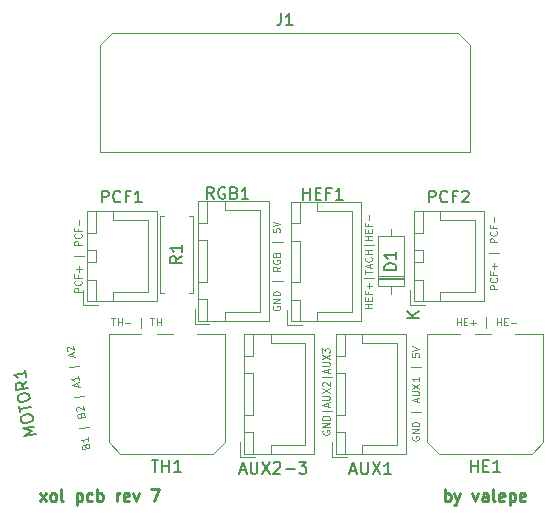
<source format=gto>
%TF.GenerationSoftware,KiCad,Pcbnew,8.0.8*%
%TF.CreationDate,2025-01-29T22:29:45+01:00*%
%TF.ProjectId,xol-pcb,786f6c2d-7063-4622-9e6b-696361645f70,rev?*%
%TF.SameCoordinates,Original*%
%TF.FileFunction,Legend,Top*%
%TF.FilePolarity,Positive*%
%FSLAX46Y46*%
G04 Gerber Fmt 4.6, Leading zero omitted, Abs format (unit mm)*
G04 Created by KiCad (PCBNEW 8.0.8) date 2025-01-29 22:29:45*
%MOMM*%
%LPD*%
G01*
G04 APERTURE LIST*
%ADD10C,0.100000*%
%ADD11C,0.250000*%
%ADD12C,0.150000*%
%ADD13C,0.120000*%
G04 APERTURE END LIST*
D10*
X60700942Y-63814286D02*
X60672371Y-63871429D01*
X60672371Y-63871429D02*
X60672371Y-63957143D01*
X60672371Y-63957143D02*
X60700942Y-64042857D01*
X60700942Y-64042857D02*
X60758085Y-64100000D01*
X60758085Y-64100000D02*
X60815228Y-64128571D01*
X60815228Y-64128571D02*
X60929514Y-64157143D01*
X60929514Y-64157143D02*
X61015228Y-64157143D01*
X61015228Y-64157143D02*
X61129514Y-64128571D01*
X61129514Y-64128571D02*
X61186657Y-64100000D01*
X61186657Y-64100000D02*
X61243800Y-64042857D01*
X61243800Y-64042857D02*
X61272371Y-63957143D01*
X61272371Y-63957143D02*
X61272371Y-63900000D01*
X61272371Y-63900000D02*
X61243800Y-63814286D01*
X61243800Y-63814286D02*
X61215228Y-63785714D01*
X61215228Y-63785714D02*
X61015228Y-63785714D01*
X61015228Y-63785714D02*
X61015228Y-63900000D01*
X61272371Y-63528571D02*
X60672371Y-63528571D01*
X60672371Y-63528571D02*
X61272371Y-63185714D01*
X61272371Y-63185714D02*
X60672371Y-63185714D01*
X61272371Y-62900000D02*
X60672371Y-62900000D01*
X60672371Y-62900000D02*
X60672371Y-62757143D01*
X60672371Y-62757143D02*
X60700942Y-62671429D01*
X60700942Y-62671429D02*
X60758085Y-62614286D01*
X60758085Y-62614286D02*
X60815228Y-62585715D01*
X60815228Y-62585715D02*
X60929514Y-62557143D01*
X60929514Y-62557143D02*
X61015228Y-62557143D01*
X61015228Y-62557143D02*
X61129514Y-62585715D01*
X61129514Y-62585715D02*
X61186657Y-62614286D01*
X61186657Y-62614286D02*
X61243800Y-62671429D01*
X61243800Y-62671429D02*
X61272371Y-62757143D01*
X61272371Y-62757143D02*
X61272371Y-62900000D01*
X61472371Y-62157143D02*
X60615228Y-62157143D01*
X61100942Y-61757143D02*
X61100942Y-61471429D01*
X61272371Y-61814286D02*
X60672371Y-61614286D01*
X60672371Y-61614286D02*
X61272371Y-61414286D01*
X60672371Y-61214285D02*
X61158085Y-61214285D01*
X61158085Y-61214285D02*
X61215228Y-61185714D01*
X61215228Y-61185714D02*
X61243800Y-61157143D01*
X61243800Y-61157143D02*
X61272371Y-61100000D01*
X61272371Y-61100000D02*
X61272371Y-60985714D01*
X61272371Y-60985714D02*
X61243800Y-60928571D01*
X61243800Y-60928571D02*
X61215228Y-60900000D01*
X61215228Y-60900000D02*
X61158085Y-60871428D01*
X61158085Y-60871428D02*
X60672371Y-60871428D01*
X60672371Y-60642857D02*
X61272371Y-60242857D01*
X60672371Y-60242857D02*
X61272371Y-60642857D01*
X60729514Y-60042857D02*
X60700942Y-60014285D01*
X60700942Y-60014285D02*
X60672371Y-59957143D01*
X60672371Y-59957143D02*
X60672371Y-59814285D01*
X60672371Y-59814285D02*
X60700942Y-59757143D01*
X60700942Y-59757143D02*
X60729514Y-59728571D01*
X60729514Y-59728571D02*
X60786657Y-59700000D01*
X60786657Y-59700000D02*
X60843800Y-59700000D01*
X60843800Y-59700000D02*
X60929514Y-59728571D01*
X60929514Y-59728571D02*
X61272371Y-60071428D01*
X61272371Y-60071428D02*
X61272371Y-59700000D01*
X61472371Y-59299999D02*
X60615228Y-59299999D01*
X61100942Y-58899999D02*
X61100942Y-58614285D01*
X61272371Y-58957142D02*
X60672371Y-58757142D01*
X60672371Y-58757142D02*
X61272371Y-58557142D01*
X60672371Y-58357141D02*
X61158085Y-58357141D01*
X61158085Y-58357141D02*
X61215228Y-58328570D01*
X61215228Y-58328570D02*
X61243800Y-58299999D01*
X61243800Y-58299999D02*
X61272371Y-58242856D01*
X61272371Y-58242856D02*
X61272371Y-58128570D01*
X61272371Y-58128570D02*
X61243800Y-58071427D01*
X61243800Y-58071427D02*
X61215228Y-58042856D01*
X61215228Y-58042856D02*
X61158085Y-58014284D01*
X61158085Y-58014284D02*
X60672371Y-58014284D01*
X60672371Y-57785713D02*
X61272371Y-57385713D01*
X60672371Y-57385713D02*
X61272371Y-57785713D01*
X60672371Y-57214284D02*
X60672371Y-56842856D01*
X60672371Y-56842856D02*
X60900942Y-57042856D01*
X60900942Y-57042856D02*
X60900942Y-56957141D01*
X60900942Y-56957141D02*
X60929514Y-56899999D01*
X60929514Y-56899999D02*
X60958085Y-56871427D01*
X60958085Y-56871427D02*
X61015228Y-56842856D01*
X61015228Y-56842856D02*
X61158085Y-56842856D01*
X61158085Y-56842856D02*
X61215228Y-56871427D01*
X61215228Y-56871427D02*
X61243800Y-56899999D01*
X61243800Y-56899999D02*
X61272371Y-56957141D01*
X61272371Y-56957141D02*
X61272371Y-57128570D01*
X61272371Y-57128570D02*
X61243800Y-57185713D01*
X61243800Y-57185713D02*
X61215228Y-57214284D01*
X42787142Y-54302371D02*
X43130000Y-54302371D01*
X42958571Y-54902371D02*
X42958571Y-54302371D01*
X43330000Y-54902371D02*
X43330000Y-54302371D01*
X43330000Y-54588085D02*
X43672857Y-54588085D01*
X43672857Y-54902371D02*
X43672857Y-54302371D01*
X43958571Y-54673800D02*
X44415714Y-54673800D01*
X45301428Y-55102371D02*
X45301428Y-54245228D01*
X46101428Y-54302371D02*
X46444286Y-54302371D01*
X46272857Y-54902371D02*
X46272857Y-54302371D01*
X46644286Y-54902371D02*
X46644286Y-54302371D01*
X46644286Y-54588085D02*
X46987143Y-54588085D01*
X46987143Y-54902371D02*
X46987143Y-54302371D01*
X56520942Y-53285715D02*
X56492371Y-53342858D01*
X56492371Y-53342858D02*
X56492371Y-53428572D01*
X56492371Y-53428572D02*
X56520942Y-53514286D01*
X56520942Y-53514286D02*
X56578085Y-53571429D01*
X56578085Y-53571429D02*
X56635228Y-53600000D01*
X56635228Y-53600000D02*
X56749514Y-53628572D01*
X56749514Y-53628572D02*
X56835228Y-53628572D01*
X56835228Y-53628572D02*
X56949514Y-53600000D01*
X56949514Y-53600000D02*
X57006657Y-53571429D01*
X57006657Y-53571429D02*
X57063800Y-53514286D01*
X57063800Y-53514286D02*
X57092371Y-53428572D01*
X57092371Y-53428572D02*
X57092371Y-53371429D01*
X57092371Y-53371429D02*
X57063800Y-53285715D01*
X57063800Y-53285715D02*
X57035228Y-53257143D01*
X57035228Y-53257143D02*
X56835228Y-53257143D01*
X56835228Y-53257143D02*
X56835228Y-53371429D01*
X57092371Y-53000000D02*
X56492371Y-53000000D01*
X56492371Y-53000000D02*
X57092371Y-52657143D01*
X57092371Y-52657143D02*
X56492371Y-52657143D01*
X57092371Y-52371429D02*
X56492371Y-52371429D01*
X56492371Y-52371429D02*
X56492371Y-52228572D01*
X56492371Y-52228572D02*
X56520942Y-52142858D01*
X56520942Y-52142858D02*
X56578085Y-52085715D01*
X56578085Y-52085715D02*
X56635228Y-52057144D01*
X56635228Y-52057144D02*
X56749514Y-52028572D01*
X56749514Y-52028572D02*
X56835228Y-52028572D01*
X56835228Y-52028572D02*
X56949514Y-52057144D01*
X56949514Y-52057144D02*
X57006657Y-52085715D01*
X57006657Y-52085715D02*
X57063800Y-52142858D01*
X57063800Y-52142858D02*
X57092371Y-52228572D01*
X57092371Y-52228572D02*
X57092371Y-52371429D01*
X57292371Y-51171429D02*
X56435228Y-51171429D01*
X57092371Y-49942857D02*
X56806657Y-50142857D01*
X57092371Y-50285714D02*
X56492371Y-50285714D01*
X56492371Y-50285714D02*
X56492371Y-50057143D01*
X56492371Y-50057143D02*
X56520942Y-50000000D01*
X56520942Y-50000000D02*
X56549514Y-49971429D01*
X56549514Y-49971429D02*
X56606657Y-49942857D01*
X56606657Y-49942857D02*
X56692371Y-49942857D01*
X56692371Y-49942857D02*
X56749514Y-49971429D01*
X56749514Y-49971429D02*
X56778085Y-50000000D01*
X56778085Y-50000000D02*
X56806657Y-50057143D01*
X56806657Y-50057143D02*
X56806657Y-50285714D01*
X56520942Y-49371429D02*
X56492371Y-49428572D01*
X56492371Y-49428572D02*
X56492371Y-49514286D01*
X56492371Y-49514286D02*
X56520942Y-49600000D01*
X56520942Y-49600000D02*
X56578085Y-49657143D01*
X56578085Y-49657143D02*
X56635228Y-49685714D01*
X56635228Y-49685714D02*
X56749514Y-49714286D01*
X56749514Y-49714286D02*
X56835228Y-49714286D01*
X56835228Y-49714286D02*
X56949514Y-49685714D01*
X56949514Y-49685714D02*
X57006657Y-49657143D01*
X57006657Y-49657143D02*
X57063800Y-49600000D01*
X57063800Y-49600000D02*
X57092371Y-49514286D01*
X57092371Y-49514286D02*
X57092371Y-49457143D01*
X57092371Y-49457143D02*
X57063800Y-49371429D01*
X57063800Y-49371429D02*
X57035228Y-49342857D01*
X57035228Y-49342857D02*
X56835228Y-49342857D01*
X56835228Y-49342857D02*
X56835228Y-49457143D01*
X56778085Y-48885714D02*
X56806657Y-48800000D01*
X56806657Y-48800000D02*
X56835228Y-48771429D01*
X56835228Y-48771429D02*
X56892371Y-48742857D01*
X56892371Y-48742857D02*
X56978085Y-48742857D01*
X56978085Y-48742857D02*
X57035228Y-48771429D01*
X57035228Y-48771429D02*
X57063800Y-48800000D01*
X57063800Y-48800000D02*
X57092371Y-48857143D01*
X57092371Y-48857143D02*
X57092371Y-49085714D01*
X57092371Y-49085714D02*
X56492371Y-49085714D01*
X56492371Y-49085714D02*
X56492371Y-48885714D01*
X56492371Y-48885714D02*
X56520942Y-48828572D01*
X56520942Y-48828572D02*
X56549514Y-48800000D01*
X56549514Y-48800000D02*
X56606657Y-48771429D01*
X56606657Y-48771429D02*
X56663800Y-48771429D01*
X56663800Y-48771429D02*
X56720942Y-48800000D01*
X56720942Y-48800000D02*
X56749514Y-48828572D01*
X56749514Y-48828572D02*
X56778085Y-48885714D01*
X56778085Y-48885714D02*
X56778085Y-49085714D01*
X57292371Y-47885714D02*
X56435228Y-47885714D01*
X56492371Y-46714285D02*
X56492371Y-46999999D01*
X56492371Y-46999999D02*
X56778085Y-47028571D01*
X56778085Y-47028571D02*
X56749514Y-46999999D01*
X56749514Y-46999999D02*
X56720942Y-46942857D01*
X56720942Y-46942857D02*
X56720942Y-46799999D01*
X56720942Y-46799999D02*
X56749514Y-46742857D01*
X56749514Y-46742857D02*
X56778085Y-46714285D01*
X56778085Y-46714285D02*
X56835228Y-46685714D01*
X56835228Y-46685714D02*
X56978085Y-46685714D01*
X56978085Y-46685714D02*
X57035228Y-46714285D01*
X57035228Y-46714285D02*
X57063800Y-46742857D01*
X57063800Y-46742857D02*
X57092371Y-46799999D01*
X57092371Y-46799999D02*
X57092371Y-46942857D01*
X57092371Y-46942857D02*
X57063800Y-46999999D01*
X57063800Y-46999999D02*
X57035228Y-47028571D01*
X56492371Y-46514285D02*
X57092371Y-46314285D01*
X57092371Y-46314285D02*
X56492371Y-46114285D01*
X72025715Y-54892371D02*
X72025715Y-54292371D01*
X72025715Y-54578085D02*
X72368572Y-54578085D01*
X72368572Y-54892371D02*
X72368572Y-54292371D01*
X72654286Y-54578085D02*
X72854286Y-54578085D01*
X72940000Y-54892371D02*
X72654286Y-54892371D01*
X72654286Y-54892371D02*
X72654286Y-54292371D01*
X72654286Y-54292371D02*
X72940000Y-54292371D01*
X73197143Y-54663800D02*
X73654286Y-54663800D01*
X73425714Y-54892371D02*
X73425714Y-54435228D01*
X74540000Y-55092371D02*
X74540000Y-54235228D01*
X75425715Y-54892371D02*
X75425715Y-54292371D01*
X75425715Y-54578085D02*
X75768572Y-54578085D01*
X75768572Y-54892371D02*
X75768572Y-54292371D01*
X76054286Y-54578085D02*
X76254286Y-54578085D01*
X76340000Y-54892371D02*
X76054286Y-54892371D01*
X76054286Y-54892371D02*
X76054286Y-54292371D01*
X76054286Y-54292371D02*
X76340000Y-54292371D01*
X76597143Y-54663800D02*
X77054286Y-54663800D01*
X75456371Y-51825142D02*
X74856371Y-51825142D01*
X74856371Y-51825142D02*
X74856371Y-51596571D01*
X74856371Y-51596571D02*
X74884942Y-51539428D01*
X74884942Y-51539428D02*
X74913514Y-51510857D01*
X74913514Y-51510857D02*
X74970657Y-51482285D01*
X74970657Y-51482285D02*
X75056371Y-51482285D01*
X75056371Y-51482285D02*
X75113514Y-51510857D01*
X75113514Y-51510857D02*
X75142085Y-51539428D01*
X75142085Y-51539428D02*
X75170657Y-51596571D01*
X75170657Y-51596571D02*
X75170657Y-51825142D01*
X75399228Y-50882285D02*
X75427800Y-50910857D01*
X75427800Y-50910857D02*
X75456371Y-50996571D01*
X75456371Y-50996571D02*
X75456371Y-51053714D01*
X75456371Y-51053714D02*
X75427800Y-51139428D01*
X75427800Y-51139428D02*
X75370657Y-51196571D01*
X75370657Y-51196571D02*
X75313514Y-51225142D01*
X75313514Y-51225142D02*
X75199228Y-51253714D01*
X75199228Y-51253714D02*
X75113514Y-51253714D01*
X75113514Y-51253714D02*
X74999228Y-51225142D01*
X74999228Y-51225142D02*
X74942085Y-51196571D01*
X74942085Y-51196571D02*
X74884942Y-51139428D01*
X74884942Y-51139428D02*
X74856371Y-51053714D01*
X74856371Y-51053714D02*
X74856371Y-50996571D01*
X74856371Y-50996571D02*
X74884942Y-50910857D01*
X74884942Y-50910857D02*
X74913514Y-50882285D01*
X75142085Y-50425142D02*
X75142085Y-50625142D01*
X75456371Y-50625142D02*
X74856371Y-50625142D01*
X74856371Y-50625142D02*
X74856371Y-50339428D01*
X75227800Y-50110856D02*
X75227800Y-49653714D01*
X75456371Y-49882285D02*
X74999228Y-49882285D01*
X75656371Y-48767999D02*
X74799228Y-48767999D01*
X75456371Y-47882284D02*
X74856371Y-47882284D01*
X74856371Y-47882284D02*
X74856371Y-47653713D01*
X74856371Y-47653713D02*
X74884942Y-47596570D01*
X74884942Y-47596570D02*
X74913514Y-47567999D01*
X74913514Y-47567999D02*
X74970657Y-47539427D01*
X74970657Y-47539427D02*
X75056371Y-47539427D01*
X75056371Y-47539427D02*
X75113514Y-47567999D01*
X75113514Y-47567999D02*
X75142085Y-47596570D01*
X75142085Y-47596570D02*
X75170657Y-47653713D01*
X75170657Y-47653713D02*
X75170657Y-47882284D01*
X75399228Y-46939427D02*
X75427800Y-46967999D01*
X75427800Y-46967999D02*
X75456371Y-47053713D01*
X75456371Y-47053713D02*
X75456371Y-47110856D01*
X75456371Y-47110856D02*
X75427800Y-47196570D01*
X75427800Y-47196570D02*
X75370657Y-47253713D01*
X75370657Y-47253713D02*
X75313514Y-47282284D01*
X75313514Y-47282284D02*
X75199228Y-47310856D01*
X75199228Y-47310856D02*
X75113514Y-47310856D01*
X75113514Y-47310856D02*
X74999228Y-47282284D01*
X74999228Y-47282284D02*
X74942085Y-47253713D01*
X74942085Y-47253713D02*
X74884942Y-47196570D01*
X74884942Y-47196570D02*
X74856371Y-47110856D01*
X74856371Y-47110856D02*
X74856371Y-47053713D01*
X74856371Y-47053713D02*
X74884942Y-46967999D01*
X74884942Y-46967999D02*
X74913514Y-46939427D01*
X75142085Y-46482284D02*
X75142085Y-46682284D01*
X75456371Y-46682284D02*
X74856371Y-46682284D01*
X74856371Y-46682284D02*
X74856371Y-46396570D01*
X75227800Y-46167998D02*
X75227800Y-45710856D01*
D11*
X71041047Y-69791619D02*
X71041047Y-68791619D01*
X71041047Y-69172571D02*
X71136285Y-69124952D01*
X71136285Y-69124952D02*
X71326761Y-69124952D01*
X71326761Y-69124952D02*
X71421999Y-69172571D01*
X71421999Y-69172571D02*
X71469618Y-69220190D01*
X71469618Y-69220190D02*
X71517237Y-69315428D01*
X71517237Y-69315428D02*
X71517237Y-69601142D01*
X71517237Y-69601142D02*
X71469618Y-69696380D01*
X71469618Y-69696380D02*
X71421999Y-69744000D01*
X71421999Y-69744000D02*
X71326761Y-69791619D01*
X71326761Y-69791619D02*
X71136285Y-69791619D01*
X71136285Y-69791619D02*
X71041047Y-69744000D01*
X71850571Y-69124952D02*
X72088666Y-69791619D01*
X72326761Y-69124952D02*
X72088666Y-69791619D01*
X72088666Y-69791619D02*
X71993428Y-70029714D01*
X71993428Y-70029714D02*
X71945809Y-70077333D01*
X71945809Y-70077333D02*
X71850571Y-70124952D01*
X73374381Y-69124952D02*
X73612476Y-69791619D01*
X73612476Y-69791619D02*
X73850571Y-69124952D01*
X74660095Y-69791619D02*
X74660095Y-69267809D01*
X74660095Y-69267809D02*
X74612476Y-69172571D01*
X74612476Y-69172571D02*
X74517238Y-69124952D01*
X74517238Y-69124952D02*
X74326762Y-69124952D01*
X74326762Y-69124952D02*
X74231524Y-69172571D01*
X74660095Y-69744000D02*
X74564857Y-69791619D01*
X74564857Y-69791619D02*
X74326762Y-69791619D01*
X74326762Y-69791619D02*
X74231524Y-69744000D01*
X74231524Y-69744000D02*
X74183905Y-69648761D01*
X74183905Y-69648761D02*
X74183905Y-69553523D01*
X74183905Y-69553523D02*
X74231524Y-69458285D01*
X74231524Y-69458285D02*
X74326762Y-69410666D01*
X74326762Y-69410666D02*
X74564857Y-69410666D01*
X74564857Y-69410666D02*
X74660095Y-69363047D01*
X75279143Y-69791619D02*
X75183905Y-69744000D01*
X75183905Y-69744000D02*
X75136286Y-69648761D01*
X75136286Y-69648761D02*
X75136286Y-68791619D01*
X76041048Y-69744000D02*
X75945810Y-69791619D01*
X75945810Y-69791619D02*
X75755334Y-69791619D01*
X75755334Y-69791619D02*
X75660096Y-69744000D01*
X75660096Y-69744000D02*
X75612477Y-69648761D01*
X75612477Y-69648761D02*
X75612477Y-69267809D01*
X75612477Y-69267809D02*
X75660096Y-69172571D01*
X75660096Y-69172571D02*
X75755334Y-69124952D01*
X75755334Y-69124952D02*
X75945810Y-69124952D01*
X75945810Y-69124952D02*
X76041048Y-69172571D01*
X76041048Y-69172571D02*
X76088667Y-69267809D01*
X76088667Y-69267809D02*
X76088667Y-69363047D01*
X76088667Y-69363047D02*
X75612477Y-69458285D01*
X76517239Y-69124952D02*
X76517239Y-70124952D01*
X76517239Y-69172571D02*
X76612477Y-69124952D01*
X76612477Y-69124952D02*
X76802953Y-69124952D01*
X76802953Y-69124952D02*
X76898191Y-69172571D01*
X76898191Y-69172571D02*
X76945810Y-69220190D01*
X76945810Y-69220190D02*
X76993429Y-69315428D01*
X76993429Y-69315428D02*
X76993429Y-69601142D01*
X76993429Y-69601142D02*
X76945810Y-69696380D01*
X76945810Y-69696380D02*
X76898191Y-69744000D01*
X76898191Y-69744000D02*
X76802953Y-69791619D01*
X76802953Y-69791619D02*
X76612477Y-69791619D01*
X76612477Y-69791619D02*
X76517239Y-69744000D01*
X77802953Y-69744000D02*
X77707715Y-69791619D01*
X77707715Y-69791619D02*
X77517239Y-69791619D01*
X77517239Y-69791619D02*
X77422001Y-69744000D01*
X77422001Y-69744000D02*
X77374382Y-69648761D01*
X77374382Y-69648761D02*
X77374382Y-69267809D01*
X77374382Y-69267809D02*
X77422001Y-69172571D01*
X77422001Y-69172571D02*
X77517239Y-69124952D01*
X77517239Y-69124952D02*
X77707715Y-69124952D01*
X77707715Y-69124952D02*
X77802953Y-69172571D01*
X77802953Y-69172571D02*
X77850572Y-69267809D01*
X77850572Y-69267809D02*
X77850572Y-69363047D01*
X77850572Y-69363047D02*
X77374382Y-69458285D01*
D10*
X40272371Y-52057142D02*
X39672371Y-52057142D01*
X39672371Y-52057142D02*
X39672371Y-51828571D01*
X39672371Y-51828571D02*
X39700942Y-51771428D01*
X39700942Y-51771428D02*
X39729514Y-51742857D01*
X39729514Y-51742857D02*
X39786657Y-51714285D01*
X39786657Y-51714285D02*
X39872371Y-51714285D01*
X39872371Y-51714285D02*
X39929514Y-51742857D01*
X39929514Y-51742857D02*
X39958085Y-51771428D01*
X39958085Y-51771428D02*
X39986657Y-51828571D01*
X39986657Y-51828571D02*
X39986657Y-52057142D01*
X40215228Y-51114285D02*
X40243800Y-51142857D01*
X40243800Y-51142857D02*
X40272371Y-51228571D01*
X40272371Y-51228571D02*
X40272371Y-51285714D01*
X40272371Y-51285714D02*
X40243800Y-51371428D01*
X40243800Y-51371428D02*
X40186657Y-51428571D01*
X40186657Y-51428571D02*
X40129514Y-51457142D01*
X40129514Y-51457142D02*
X40015228Y-51485714D01*
X40015228Y-51485714D02*
X39929514Y-51485714D01*
X39929514Y-51485714D02*
X39815228Y-51457142D01*
X39815228Y-51457142D02*
X39758085Y-51428571D01*
X39758085Y-51428571D02*
X39700942Y-51371428D01*
X39700942Y-51371428D02*
X39672371Y-51285714D01*
X39672371Y-51285714D02*
X39672371Y-51228571D01*
X39672371Y-51228571D02*
X39700942Y-51142857D01*
X39700942Y-51142857D02*
X39729514Y-51114285D01*
X39958085Y-50657142D02*
X39958085Y-50857142D01*
X40272371Y-50857142D02*
X39672371Y-50857142D01*
X39672371Y-50857142D02*
X39672371Y-50571428D01*
X40043800Y-50342856D02*
X40043800Y-49885714D01*
X40272371Y-50114285D02*
X39815228Y-50114285D01*
X40472371Y-48999999D02*
X39615228Y-48999999D01*
X40272371Y-48114284D02*
X39672371Y-48114284D01*
X39672371Y-48114284D02*
X39672371Y-47885713D01*
X39672371Y-47885713D02*
X39700942Y-47828570D01*
X39700942Y-47828570D02*
X39729514Y-47799999D01*
X39729514Y-47799999D02*
X39786657Y-47771427D01*
X39786657Y-47771427D02*
X39872371Y-47771427D01*
X39872371Y-47771427D02*
X39929514Y-47799999D01*
X39929514Y-47799999D02*
X39958085Y-47828570D01*
X39958085Y-47828570D02*
X39986657Y-47885713D01*
X39986657Y-47885713D02*
X39986657Y-48114284D01*
X40215228Y-47171427D02*
X40243800Y-47199999D01*
X40243800Y-47199999D02*
X40272371Y-47285713D01*
X40272371Y-47285713D02*
X40272371Y-47342856D01*
X40272371Y-47342856D02*
X40243800Y-47428570D01*
X40243800Y-47428570D02*
X40186657Y-47485713D01*
X40186657Y-47485713D02*
X40129514Y-47514284D01*
X40129514Y-47514284D02*
X40015228Y-47542856D01*
X40015228Y-47542856D02*
X39929514Y-47542856D01*
X39929514Y-47542856D02*
X39815228Y-47514284D01*
X39815228Y-47514284D02*
X39758085Y-47485713D01*
X39758085Y-47485713D02*
X39700942Y-47428570D01*
X39700942Y-47428570D02*
X39672371Y-47342856D01*
X39672371Y-47342856D02*
X39672371Y-47285713D01*
X39672371Y-47285713D02*
X39700942Y-47199999D01*
X39700942Y-47199999D02*
X39729514Y-47171427D01*
X39958085Y-46714284D02*
X39958085Y-46914284D01*
X40272371Y-46914284D02*
X39672371Y-46914284D01*
X39672371Y-46914284D02*
X39672371Y-46628570D01*
X40043800Y-46399998D02*
X40043800Y-45942856D01*
X68280942Y-64334572D02*
X68252371Y-64391715D01*
X68252371Y-64391715D02*
X68252371Y-64477429D01*
X68252371Y-64477429D02*
X68280942Y-64563143D01*
X68280942Y-64563143D02*
X68338085Y-64620286D01*
X68338085Y-64620286D02*
X68395228Y-64648857D01*
X68395228Y-64648857D02*
X68509514Y-64677429D01*
X68509514Y-64677429D02*
X68595228Y-64677429D01*
X68595228Y-64677429D02*
X68709514Y-64648857D01*
X68709514Y-64648857D02*
X68766657Y-64620286D01*
X68766657Y-64620286D02*
X68823800Y-64563143D01*
X68823800Y-64563143D02*
X68852371Y-64477429D01*
X68852371Y-64477429D02*
X68852371Y-64420286D01*
X68852371Y-64420286D02*
X68823800Y-64334572D01*
X68823800Y-64334572D02*
X68795228Y-64306000D01*
X68795228Y-64306000D02*
X68595228Y-64306000D01*
X68595228Y-64306000D02*
X68595228Y-64420286D01*
X68852371Y-64048857D02*
X68252371Y-64048857D01*
X68252371Y-64048857D02*
X68852371Y-63706000D01*
X68852371Y-63706000D02*
X68252371Y-63706000D01*
X68852371Y-63420286D02*
X68252371Y-63420286D01*
X68252371Y-63420286D02*
X68252371Y-63277429D01*
X68252371Y-63277429D02*
X68280942Y-63191715D01*
X68280942Y-63191715D02*
X68338085Y-63134572D01*
X68338085Y-63134572D02*
X68395228Y-63106001D01*
X68395228Y-63106001D02*
X68509514Y-63077429D01*
X68509514Y-63077429D02*
X68595228Y-63077429D01*
X68595228Y-63077429D02*
X68709514Y-63106001D01*
X68709514Y-63106001D02*
X68766657Y-63134572D01*
X68766657Y-63134572D02*
X68823800Y-63191715D01*
X68823800Y-63191715D02*
X68852371Y-63277429D01*
X68852371Y-63277429D02*
X68852371Y-63420286D01*
X69052371Y-62220286D02*
X68195228Y-62220286D01*
X68680942Y-61363143D02*
X68680942Y-61077429D01*
X68852371Y-61420286D02*
X68252371Y-61220286D01*
X68252371Y-61220286D02*
X68852371Y-61020286D01*
X68252371Y-60820285D02*
X68738085Y-60820285D01*
X68738085Y-60820285D02*
X68795228Y-60791714D01*
X68795228Y-60791714D02*
X68823800Y-60763143D01*
X68823800Y-60763143D02*
X68852371Y-60706000D01*
X68852371Y-60706000D02*
X68852371Y-60591714D01*
X68852371Y-60591714D02*
X68823800Y-60534571D01*
X68823800Y-60534571D02*
X68795228Y-60506000D01*
X68795228Y-60506000D02*
X68738085Y-60477428D01*
X68738085Y-60477428D02*
X68252371Y-60477428D01*
X68252371Y-60248857D02*
X68852371Y-59848857D01*
X68252371Y-59848857D02*
X68852371Y-60248857D01*
X68852371Y-59306000D02*
X68852371Y-59648857D01*
X68852371Y-59477428D02*
X68252371Y-59477428D01*
X68252371Y-59477428D02*
X68338085Y-59534571D01*
X68338085Y-59534571D02*
X68395228Y-59591714D01*
X68395228Y-59591714D02*
X68423800Y-59648857D01*
X69052371Y-58448856D02*
X68195228Y-58448856D01*
X68252371Y-57277427D02*
X68252371Y-57563141D01*
X68252371Y-57563141D02*
X68538085Y-57591713D01*
X68538085Y-57591713D02*
X68509514Y-57563141D01*
X68509514Y-57563141D02*
X68480942Y-57505999D01*
X68480942Y-57505999D02*
X68480942Y-57363141D01*
X68480942Y-57363141D02*
X68509514Y-57305999D01*
X68509514Y-57305999D02*
X68538085Y-57277427D01*
X68538085Y-57277427D02*
X68595228Y-57248856D01*
X68595228Y-57248856D02*
X68738085Y-57248856D01*
X68738085Y-57248856D02*
X68795228Y-57277427D01*
X68795228Y-57277427D02*
X68823800Y-57305999D01*
X68823800Y-57305999D02*
X68852371Y-57363141D01*
X68852371Y-57363141D02*
X68852371Y-57505999D01*
X68852371Y-57505999D02*
X68823800Y-57563141D01*
X68823800Y-57563141D02*
X68795228Y-57591713D01*
X68252371Y-57077427D02*
X68852371Y-56877427D01*
X68852371Y-56877427D02*
X68252371Y-56677427D01*
D11*
X36756330Y-69791619D02*
X37280139Y-69124952D01*
X36756330Y-69124952D02*
X37280139Y-69791619D01*
X37803949Y-69791619D02*
X37708711Y-69744000D01*
X37708711Y-69744000D02*
X37661092Y-69696380D01*
X37661092Y-69696380D02*
X37613473Y-69601142D01*
X37613473Y-69601142D02*
X37613473Y-69315428D01*
X37613473Y-69315428D02*
X37661092Y-69220190D01*
X37661092Y-69220190D02*
X37708711Y-69172571D01*
X37708711Y-69172571D02*
X37803949Y-69124952D01*
X37803949Y-69124952D02*
X37946806Y-69124952D01*
X37946806Y-69124952D02*
X38042044Y-69172571D01*
X38042044Y-69172571D02*
X38089663Y-69220190D01*
X38089663Y-69220190D02*
X38137282Y-69315428D01*
X38137282Y-69315428D02*
X38137282Y-69601142D01*
X38137282Y-69601142D02*
X38089663Y-69696380D01*
X38089663Y-69696380D02*
X38042044Y-69744000D01*
X38042044Y-69744000D02*
X37946806Y-69791619D01*
X37946806Y-69791619D02*
X37803949Y-69791619D01*
X38708711Y-69791619D02*
X38613473Y-69744000D01*
X38613473Y-69744000D02*
X38565854Y-69648761D01*
X38565854Y-69648761D02*
X38565854Y-68791619D01*
X39851569Y-69124952D02*
X39851569Y-70124952D01*
X39851569Y-69172571D02*
X39946807Y-69124952D01*
X39946807Y-69124952D02*
X40137283Y-69124952D01*
X40137283Y-69124952D02*
X40232521Y-69172571D01*
X40232521Y-69172571D02*
X40280140Y-69220190D01*
X40280140Y-69220190D02*
X40327759Y-69315428D01*
X40327759Y-69315428D02*
X40327759Y-69601142D01*
X40327759Y-69601142D02*
X40280140Y-69696380D01*
X40280140Y-69696380D02*
X40232521Y-69744000D01*
X40232521Y-69744000D02*
X40137283Y-69791619D01*
X40137283Y-69791619D02*
X39946807Y-69791619D01*
X39946807Y-69791619D02*
X39851569Y-69744000D01*
X41184902Y-69744000D02*
X41089664Y-69791619D01*
X41089664Y-69791619D02*
X40899188Y-69791619D01*
X40899188Y-69791619D02*
X40803950Y-69744000D01*
X40803950Y-69744000D02*
X40756331Y-69696380D01*
X40756331Y-69696380D02*
X40708712Y-69601142D01*
X40708712Y-69601142D02*
X40708712Y-69315428D01*
X40708712Y-69315428D02*
X40756331Y-69220190D01*
X40756331Y-69220190D02*
X40803950Y-69172571D01*
X40803950Y-69172571D02*
X40899188Y-69124952D01*
X40899188Y-69124952D02*
X41089664Y-69124952D01*
X41089664Y-69124952D02*
X41184902Y-69172571D01*
X41613474Y-69791619D02*
X41613474Y-68791619D01*
X41613474Y-69172571D02*
X41708712Y-69124952D01*
X41708712Y-69124952D02*
X41899188Y-69124952D01*
X41899188Y-69124952D02*
X41994426Y-69172571D01*
X41994426Y-69172571D02*
X42042045Y-69220190D01*
X42042045Y-69220190D02*
X42089664Y-69315428D01*
X42089664Y-69315428D02*
X42089664Y-69601142D01*
X42089664Y-69601142D02*
X42042045Y-69696380D01*
X42042045Y-69696380D02*
X41994426Y-69744000D01*
X41994426Y-69744000D02*
X41899188Y-69791619D01*
X41899188Y-69791619D02*
X41708712Y-69791619D01*
X41708712Y-69791619D02*
X41613474Y-69744000D01*
X43280141Y-69791619D02*
X43280141Y-69124952D01*
X43280141Y-69315428D02*
X43327760Y-69220190D01*
X43327760Y-69220190D02*
X43375379Y-69172571D01*
X43375379Y-69172571D02*
X43470617Y-69124952D01*
X43470617Y-69124952D02*
X43565855Y-69124952D01*
X44280141Y-69744000D02*
X44184903Y-69791619D01*
X44184903Y-69791619D02*
X43994427Y-69791619D01*
X43994427Y-69791619D02*
X43899189Y-69744000D01*
X43899189Y-69744000D02*
X43851570Y-69648761D01*
X43851570Y-69648761D02*
X43851570Y-69267809D01*
X43851570Y-69267809D02*
X43899189Y-69172571D01*
X43899189Y-69172571D02*
X43994427Y-69124952D01*
X43994427Y-69124952D02*
X44184903Y-69124952D01*
X44184903Y-69124952D02*
X44280141Y-69172571D01*
X44280141Y-69172571D02*
X44327760Y-69267809D01*
X44327760Y-69267809D02*
X44327760Y-69363047D01*
X44327760Y-69363047D02*
X43851570Y-69458285D01*
X44661094Y-69124952D02*
X44899189Y-69791619D01*
X44899189Y-69791619D02*
X45137284Y-69124952D01*
X46184904Y-68791619D02*
X46851570Y-68791619D01*
X46851570Y-68791619D02*
X46422999Y-69791619D01*
D10*
X40606687Y-65098410D02*
X40621498Y-65009281D01*
X40621498Y-65009281D02*
X40645248Y-64976592D01*
X40645248Y-64976592D02*
X40697218Y-64939433D01*
X40697218Y-64939433D02*
X40781877Y-64926025D01*
X40781877Y-64926025D02*
X40842786Y-64945305D01*
X40842786Y-64945305D02*
X40875475Y-64969055D01*
X40875475Y-64969055D02*
X40912634Y-65021025D01*
X40912634Y-65021025D02*
X40948390Y-65246782D01*
X40948390Y-65246782D02*
X40355777Y-65340643D01*
X40355777Y-65340643D02*
X40324490Y-65143105D01*
X40324490Y-65143105D02*
X40343771Y-65082196D01*
X40343771Y-65082196D02*
X40367521Y-65049507D01*
X40367521Y-65049507D02*
X40419491Y-65012348D01*
X40419491Y-65012348D02*
X40475930Y-65003409D01*
X40475930Y-65003409D02*
X40536839Y-65022690D01*
X40536839Y-65022690D02*
X40569528Y-65046440D01*
X40569528Y-65046440D02*
X40606687Y-65098410D01*
X40606687Y-65098410D02*
X40637974Y-65295947D01*
X40805365Y-64343753D02*
X40858999Y-64682389D01*
X40832182Y-64513071D02*
X40239569Y-64606932D01*
X40239569Y-64606932D02*
X40333167Y-64649962D01*
X40333167Y-64649962D02*
X40398545Y-64697463D01*
X40398545Y-64697463D02*
X40435704Y-64749432D01*
X40868815Y-63465875D02*
X40022225Y-63599962D01*
X40191018Y-62473980D02*
X40205829Y-62384851D01*
X40205829Y-62384851D02*
X40229579Y-62352162D01*
X40229579Y-62352162D02*
X40281549Y-62315003D01*
X40281549Y-62315003D02*
X40366208Y-62301594D01*
X40366208Y-62301594D02*
X40427117Y-62320875D01*
X40427117Y-62320875D02*
X40459806Y-62344625D01*
X40459806Y-62344625D02*
X40496965Y-62396595D01*
X40496965Y-62396595D02*
X40532721Y-62622352D01*
X40532721Y-62622352D02*
X39940108Y-62716213D01*
X39940108Y-62716213D02*
X39908822Y-62518675D01*
X39908822Y-62518675D02*
X39928102Y-62457766D01*
X39928102Y-62457766D02*
X39951852Y-62425077D01*
X39951852Y-62425077D02*
X40003822Y-62387918D01*
X40003822Y-62387918D02*
X40060261Y-62378979D01*
X40060261Y-62378979D02*
X40121170Y-62398260D01*
X40121170Y-62398260D02*
X40153859Y-62422010D01*
X40153859Y-62422010D02*
X40191018Y-62473980D01*
X40191018Y-62473980D02*
X40222305Y-62671517D01*
X39907157Y-62142880D02*
X39874467Y-62119130D01*
X39874467Y-62119130D02*
X39837309Y-62067160D01*
X39837309Y-62067160D02*
X39814961Y-61926062D01*
X39814961Y-61926062D02*
X39834241Y-61865153D01*
X39834241Y-61865153D02*
X39857992Y-61832464D01*
X39857992Y-61832464D02*
X39909961Y-61795305D01*
X39909961Y-61795305D02*
X39966401Y-61786366D01*
X39966401Y-61786366D02*
X40055529Y-61801177D01*
X40055529Y-61801177D02*
X40447800Y-62086178D01*
X40447800Y-62086178D02*
X40389696Y-61719323D01*
X40453147Y-60841445D02*
X39606557Y-60975532D01*
X39952204Y-60052959D02*
X39907509Y-59770762D01*
X40130461Y-60082581D02*
X39506561Y-59978904D01*
X39506561Y-59978904D02*
X40067887Y-59687506D01*
X39987435Y-59179551D02*
X40041070Y-59518187D01*
X40014253Y-59348869D02*
X39421640Y-59442730D01*
X39421640Y-59442730D02*
X39515238Y-59485761D01*
X39515238Y-59485761D02*
X39580616Y-59533261D01*
X39580616Y-59533261D02*
X39617775Y-59585231D01*
X40050886Y-58301674D02*
X39204296Y-58435761D01*
X39549944Y-57513188D02*
X39505248Y-57230991D01*
X39728201Y-57542810D02*
X39104301Y-57439133D01*
X39104301Y-57439133D02*
X39665627Y-57147734D01*
X39102636Y-57063338D02*
X39069947Y-57039587D01*
X39069947Y-57039587D02*
X39032788Y-56987618D01*
X39032788Y-56987618D02*
X39010440Y-56846519D01*
X39010440Y-56846519D02*
X39029721Y-56785610D01*
X39029721Y-56785610D02*
X39053471Y-56752921D01*
X39053471Y-56752921D02*
X39105441Y-56715762D01*
X39105441Y-56715762D02*
X39161880Y-56706823D01*
X39161880Y-56706823D02*
X39251009Y-56721634D01*
X39251009Y-56721634D02*
X39643279Y-57006636D01*
X39643279Y-57006636D02*
X39585175Y-56639780D01*
X64862371Y-53447142D02*
X64262371Y-53447142D01*
X64548085Y-53447142D02*
X64548085Y-53104285D01*
X64862371Y-53104285D02*
X64262371Y-53104285D01*
X64548085Y-52818571D02*
X64548085Y-52618571D01*
X64862371Y-52532857D02*
X64862371Y-52818571D01*
X64862371Y-52818571D02*
X64262371Y-52818571D01*
X64262371Y-52818571D02*
X64262371Y-52532857D01*
X64548085Y-52075714D02*
X64548085Y-52275714D01*
X64862371Y-52275714D02*
X64262371Y-52275714D01*
X64262371Y-52275714D02*
X64262371Y-51990000D01*
X64633800Y-51761428D02*
X64633800Y-51304286D01*
X64862371Y-51532857D02*
X64405228Y-51532857D01*
X65062371Y-50875714D02*
X64205228Y-50875714D01*
X64262371Y-50532857D02*
X64262371Y-50190000D01*
X64862371Y-50361428D02*
X64262371Y-50361428D01*
X64690942Y-50018571D02*
X64690942Y-49732857D01*
X64862371Y-50075714D02*
X64262371Y-49875714D01*
X64262371Y-49875714D02*
X64862371Y-49675714D01*
X64805228Y-49132856D02*
X64833800Y-49161428D01*
X64833800Y-49161428D02*
X64862371Y-49247142D01*
X64862371Y-49247142D02*
X64862371Y-49304285D01*
X64862371Y-49304285D02*
X64833800Y-49389999D01*
X64833800Y-49389999D02*
X64776657Y-49447142D01*
X64776657Y-49447142D02*
X64719514Y-49475713D01*
X64719514Y-49475713D02*
X64605228Y-49504285D01*
X64605228Y-49504285D02*
X64519514Y-49504285D01*
X64519514Y-49504285D02*
X64405228Y-49475713D01*
X64405228Y-49475713D02*
X64348085Y-49447142D01*
X64348085Y-49447142D02*
X64290942Y-49389999D01*
X64290942Y-49389999D02*
X64262371Y-49304285D01*
X64262371Y-49304285D02*
X64262371Y-49247142D01*
X64262371Y-49247142D02*
X64290942Y-49161428D01*
X64290942Y-49161428D02*
X64319514Y-49132856D01*
X64862371Y-48875713D02*
X64262371Y-48875713D01*
X64548085Y-48875713D02*
X64548085Y-48532856D01*
X64862371Y-48532856D02*
X64262371Y-48532856D01*
X65062371Y-48104285D02*
X64205228Y-48104285D01*
X64862371Y-47675713D02*
X64262371Y-47675713D01*
X64548085Y-47675713D02*
X64548085Y-47332856D01*
X64862371Y-47332856D02*
X64262371Y-47332856D01*
X64548085Y-47047142D02*
X64548085Y-46847142D01*
X64862371Y-46761428D02*
X64862371Y-47047142D01*
X64862371Y-47047142D02*
X64262371Y-47047142D01*
X64262371Y-47047142D02*
X64262371Y-46761428D01*
X64548085Y-46304285D02*
X64548085Y-46504285D01*
X64862371Y-46504285D02*
X64262371Y-46504285D01*
X64262371Y-46504285D02*
X64262371Y-46218571D01*
X64633800Y-45989999D02*
X64633800Y-45532857D01*
D12*
X73231714Y-67310819D02*
X73231714Y-66310819D01*
X73231714Y-66787009D02*
X73803142Y-66787009D01*
X73803142Y-67310819D02*
X73803142Y-66310819D01*
X74279333Y-66787009D02*
X74612666Y-66787009D01*
X74755523Y-67310819D02*
X74279333Y-67310819D01*
X74279333Y-67310819D02*
X74279333Y-66310819D01*
X74279333Y-66310819D02*
X74755523Y-66310819D01*
X75707904Y-67310819D02*
X75136476Y-67310819D01*
X75422190Y-67310819D02*
X75422190Y-66310819D01*
X75422190Y-66310819D02*
X75326952Y-66453676D01*
X75326952Y-66453676D02*
X75231714Y-66548914D01*
X75231714Y-66548914D02*
X75136476Y-66596533D01*
X41997333Y-44490819D02*
X41997333Y-43490819D01*
X41997333Y-43490819D02*
X42378285Y-43490819D01*
X42378285Y-43490819D02*
X42473523Y-43538438D01*
X42473523Y-43538438D02*
X42521142Y-43586057D01*
X42521142Y-43586057D02*
X42568761Y-43681295D01*
X42568761Y-43681295D02*
X42568761Y-43824152D01*
X42568761Y-43824152D02*
X42521142Y-43919390D01*
X42521142Y-43919390D02*
X42473523Y-43967009D01*
X42473523Y-43967009D02*
X42378285Y-44014628D01*
X42378285Y-44014628D02*
X41997333Y-44014628D01*
X43568761Y-44395580D02*
X43521142Y-44443200D01*
X43521142Y-44443200D02*
X43378285Y-44490819D01*
X43378285Y-44490819D02*
X43283047Y-44490819D01*
X43283047Y-44490819D02*
X43140190Y-44443200D01*
X43140190Y-44443200D02*
X43044952Y-44347961D01*
X43044952Y-44347961D02*
X42997333Y-44252723D01*
X42997333Y-44252723D02*
X42949714Y-44062247D01*
X42949714Y-44062247D02*
X42949714Y-43919390D01*
X42949714Y-43919390D02*
X42997333Y-43728914D01*
X42997333Y-43728914D02*
X43044952Y-43633676D01*
X43044952Y-43633676D02*
X43140190Y-43538438D01*
X43140190Y-43538438D02*
X43283047Y-43490819D01*
X43283047Y-43490819D02*
X43378285Y-43490819D01*
X43378285Y-43490819D02*
X43521142Y-43538438D01*
X43521142Y-43538438D02*
X43568761Y-43586057D01*
X44330666Y-43967009D02*
X43997333Y-43967009D01*
X43997333Y-44490819D02*
X43997333Y-43490819D01*
X43997333Y-43490819D02*
X44473523Y-43490819D01*
X45378285Y-44490819D02*
X44806857Y-44490819D01*
X45092571Y-44490819D02*
X45092571Y-43490819D01*
X45092571Y-43490819D02*
X44997333Y-43633676D01*
X44997333Y-43633676D02*
X44902095Y-43728914D01*
X44902095Y-43728914D02*
X44806857Y-43776533D01*
X48784819Y-49046666D02*
X48308628Y-49379999D01*
X48784819Y-49618094D02*
X47784819Y-49618094D01*
X47784819Y-49618094D02*
X47784819Y-49237142D01*
X47784819Y-49237142D02*
X47832438Y-49141904D01*
X47832438Y-49141904D02*
X47880057Y-49094285D01*
X47880057Y-49094285D02*
X47975295Y-49046666D01*
X47975295Y-49046666D02*
X48118152Y-49046666D01*
X48118152Y-49046666D02*
X48213390Y-49094285D01*
X48213390Y-49094285D02*
X48261009Y-49141904D01*
X48261009Y-49141904D02*
X48308628Y-49237142D01*
X48308628Y-49237142D02*
X48308628Y-49618094D01*
X48784819Y-48094285D02*
X48784819Y-48665713D01*
X48784819Y-48379999D02*
X47784819Y-48379999D01*
X47784819Y-48379999D02*
X47927676Y-48475237D01*
X47927676Y-48475237D02*
X48022914Y-48570475D01*
X48022914Y-48570475D02*
X48070533Y-48665713D01*
X46214286Y-66310819D02*
X46785714Y-66310819D01*
X46500000Y-67310819D02*
X46500000Y-66310819D01*
X47119048Y-67310819D02*
X47119048Y-66310819D01*
X47119048Y-66787009D02*
X47690476Y-66787009D01*
X47690476Y-67310819D02*
X47690476Y-66310819D01*
X48690476Y-67310819D02*
X48119048Y-67310819D01*
X48404762Y-67310819D02*
X48404762Y-66310819D01*
X48404762Y-66310819D02*
X48309524Y-66453676D01*
X48309524Y-66453676D02*
X48214286Y-66548914D01*
X48214286Y-66548914D02*
X48119048Y-66596533D01*
X63055714Y-67225104D02*
X63531904Y-67225104D01*
X62960476Y-67510819D02*
X63293809Y-66510819D01*
X63293809Y-66510819D02*
X63627142Y-67510819D01*
X63960476Y-66510819D02*
X63960476Y-67320342D01*
X63960476Y-67320342D02*
X64008095Y-67415580D01*
X64008095Y-67415580D02*
X64055714Y-67463200D01*
X64055714Y-67463200D02*
X64150952Y-67510819D01*
X64150952Y-67510819D02*
X64341428Y-67510819D01*
X64341428Y-67510819D02*
X64436666Y-67463200D01*
X64436666Y-67463200D02*
X64484285Y-67415580D01*
X64484285Y-67415580D02*
X64531904Y-67320342D01*
X64531904Y-67320342D02*
X64531904Y-66510819D01*
X64912857Y-66510819D02*
X65579523Y-67510819D01*
X65579523Y-66510819D02*
X64912857Y-67510819D01*
X66484285Y-67510819D02*
X65912857Y-67510819D01*
X66198571Y-67510819D02*
X66198571Y-66510819D01*
X66198571Y-66510819D02*
X66103333Y-66653676D01*
X66103333Y-66653676D02*
X66008095Y-66748914D01*
X66008095Y-66748914D02*
X65912857Y-66796533D01*
X51453333Y-44204819D02*
X51120000Y-43728628D01*
X50881905Y-44204819D02*
X50881905Y-43204819D01*
X50881905Y-43204819D02*
X51262857Y-43204819D01*
X51262857Y-43204819D02*
X51358095Y-43252438D01*
X51358095Y-43252438D02*
X51405714Y-43300057D01*
X51405714Y-43300057D02*
X51453333Y-43395295D01*
X51453333Y-43395295D02*
X51453333Y-43538152D01*
X51453333Y-43538152D02*
X51405714Y-43633390D01*
X51405714Y-43633390D02*
X51358095Y-43681009D01*
X51358095Y-43681009D02*
X51262857Y-43728628D01*
X51262857Y-43728628D02*
X50881905Y-43728628D01*
X52405714Y-43252438D02*
X52310476Y-43204819D01*
X52310476Y-43204819D02*
X52167619Y-43204819D01*
X52167619Y-43204819D02*
X52024762Y-43252438D01*
X52024762Y-43252438D02*
X51929524Y-43347676D01*
X51929524Y-43347676D02*
X51881905Y-43442914D01*
X51881905Y-43442914D02*
X51834286Y-43633390D01*
X51834286Y-43633390D02*
X51834286Y-43776247D01*
X51834286Y-43776247D02*
X51881905Y-43966723D01*
X51881905Y-43966723D02*
X51929524Y-44061961D01*
X51929524Y-44061961D02*
X52024762Y-44157200D01*
X52024762Y-44157200D02*
X52167619Y-44204819D01*
X52167619Y-44204819D02*
X52262857Y-44204819D01*
X52262857Y-44204819D02*
X52405714Y-44157200D01*
X52405714Y-44157200D02*
X52453333Y-44109580D01*
X52453333Y-44109580D02*
X52453333Y-43776247D01*
X52453333Y-43776247D02*
X52262857Y-43776247D01*
X53215238Y-43681009D02*
X53358095Y-43728628D01*
X53358095Y-43728628D02*
X53405714Y-43776247D01*
X53405714Y-43776247D02*
X53453333Y-43871485D01*
X53453333Y-43871485D02*
X53453333Y-44014342D01*
X53453333Y-44014342D02*
X53405714Y-44109580D01*
X53405714Y-44109580D02*
X53358095Y-44157200D01*
X53358095Y-44157200D02*
X53262857Y-44204819D01*
X53262857Y-44204819D02*
X52881905Y-44204819D01*
X52881905Y-44204819D02*
X52881905Y-43204819D01*
X52881905Y-43204819D02*
X53215238Y-43204819D01*
X53215238Y-43204819D02*
X53310476Y-43252438D01*
X53310476Y-43252438D02*
X53358095Y-43300057D01*
X53358095Y-43300057D02*
X53405714Y-43395295D01*
X53405714Y-43395295D02*
X53405714Y-43490533D01*
X53405714Y-43490533D02*
X53358095Y-43585771D01*
X53358095Y-43585771D02*
X53310476Y-43633390D01*
X53310476Y-43633390D02*
X53215238Y-43681009D01*
X53215238Y-43681009D02*
X52881905Y-43681009D01*
X54405714Y-44204819D02*
X53834286Y-44204819D01*
X54120000Y-44204819D02*
X54120000Y-43204819D01*
X54120000Y-43204819D02*
X54024762Y-43347676D01*
X54024762Y-43347676D02*
X53929524Y-43442914D01*
X53929524Y-43442914D02*
X53834286Y-43490533D01*
X69683333Y-44490819D02*
X69683333Y-43490819D01*
X69683333Y-43490819D02*
X70064285Y-43490819D01*
X70064285Y-43490819D02*
X70159523Y-43538438D01*
X70159523Y-43538438D02*
X70207142Y-43586057D01*
X70207142Y-43586057D02*
X70254761Y-43681295D01*
X70254761Y-43681295D02*
X70254761Y-43824152D01*
X70254761Y-43824152D02*
X70207142Y-43919390D01*
X70207142Y-43919390D02*
X70159523Y-43967009D01*
X70159523Y-43967009D02*
X70064285Y-44014628D01*
X70064285Y-44014628D02*
X69683333Y-44014628D01*
X71254761Y-44395580D02*
X71207142Y-44443200D01*
X71207142Y-44443200D02*
X71064285Y-44490819D01*
X71064285Y-44490819D02*
X70969047Y-44490819D01*
X70969047Y-44490819D02*
X70826190Y-44443200D01*
X70826190Y-44443200D02*
X70730952Y-44347961D01*
X70730952Y-44347961D02*
X70683333Y-44252723D01*
X70683333Y-44252723D02*
X70635714Y-44062247D01*
X70635714Y-44062247D02*
X70635714Y-43919390D01*
X70635714Y-43919390D02*
X70683333Y-43728914D01*
X70683333Y-43728914D02*
X70730952Y-43633676D01*
X70730952Y-43633676D02*
X70826190Y-43538438D01*
X70826190Y-43538438D02*
X70969047Y-43490819D01*
X70969047Y-43490819D02*
X71064285Y-43490819D01*
X71064285Y-43490819D02*
X71207142Y-43538438D01*
X71207142Y-43538438D02*
X71254761Y-43586057D01*
X72016666Y-43967009D02*
X71683333Y-43967009D01*
X71683333Y-44490819D02*
X71683333Y-43490819D01*
X71683333Y-43490819D02*
X72159523Y-43490819D01*
X72492857Y-43586057D02*
X72540476Y-43538438D01*
X72540476Y-43538438D02*
X72635714Y-43490819D01*
X72635714Y-43490819D02*
X72873809Y-43490819D01*
X72873809Y-43490819D02*
X72969047Y-43538438D01*
X72969047Y-43538438D02*
X73016666Y-43586057D01*
X73016666Y-43586057D02*
X73064285Y-43681295D01*
X73064285Y-43681295D02*
X73064285Y-43776533D01*
X73064285Y-43776533D02*
X73016666Y-43919390D01*
X73016666Y-43919390D02*
X72445238Y-44490819D01*
X72445238Y-44490819D02*
X73064285Y-44490819D01*
X57166666Y-28495819D02*
X57166666Y-29210104D01*
X57166666Y-29210104D02*
X57119047Y-29352961D01*
X57119047Y-29352961D02*
X57023809Y-29448200D01*
X57023809Y-29448200D02*
X56880952Y-29495819D01*
X56880952Y-29495819D02*
X56785714Y-29495819D01*
X58166666Y-29495819D02*
X57595238Y-29495819D01*
X57880952Y-29495819D02*
X57880952Y-28495819D01*
X57880952Y-28495819D02*
X57785714Y-28638676D01*
X57785714Y-28638676D02*
X57690476Y-28733914D01*
X57690476Y-28733914D02*
X57595238Y-28781533D01*
X59047143Y-44254819D02*
X59047143Y-43254819D01*
X59047143Y-43731009D02*
X59618571Y-43731009D01*
X59618571Y-44254819D02*
X59618571Y-43254819D01*
X60094762Y-43731009D02*
X60428095Y-43731009D01*
X60570952Y-44254819D02*
X60094762Y-44254819D01*
X60094762Y-44254819D02*
X60094762Y-43254819D01*
X60094762Y-43254819D02*
X60570952Y-43254819D01*
X61332857Y-43731009D02*
X60999524Y-43731009D01*
X60999524Y-44254819D02*
X60999524Y-43254819D01*
X60999524Y-43254819D02*
X61475714Y-43254819D01*
X62380476Y-44254819D02*
X61809048Y-44254819D01*
X62094762Y-44254819D02*
X62094762Y-43254819D01*
X62094762Y-43254819D02*
X61999524Y-43397676D01*
X61999524Y-43397676D02*
X61904286Y-43492914D01*
X61904286Y-43492914D02*
X61809048Y-43540533D01*
X66924819Y-50218094D02*
X65924819Y-50218094D01*
X65924819Y-50218094D02*
X65924819Y-49979999D01*
X65924819Y-49979999D02*
X65972438Y-49837142D01*
X65972438Y-49837142D02*
X66067676Y-49741904D01*
X66067676Y-49741904D02*
X66162914Y-49694285D01*
X66162914Y-49694285D02*
X66353390Y-49646666D01*
X66353390Y-49646666D02*
X66496247Y-49646666D01*
X66496247Y-49646666D02*
X66686723Y-49694285D01*
X66686723Y-49694285D02*
X66781961Y-49741904D01*
X66781961Y-49741904D02*
X66877200Y-49837142D01*
X66877200Y-49837142D02*
X66924819Y-49979999D01*
X66924819Y-49979999D02*
X66924819Y-50218094D01*
X66924819Y-48694285D02*
X66924819Y-49265713D01*
X66924819Y-48979999D02*
X65924819Y-48979999D01*
X65924819Y-48979999D02*
X66067676Y-49075237D01*
X66067676Y-49075237D02*
X66162914Y-49170475D01*
X66162914Y-49170475D02*
X66210533Y-49265713D01*
X68864819Y-54261904D02*
X67864819Y-54261904D01*
X68864819Y-53690476D02*
X68293390Y-54119047D01*
X67864819Y-53690476D02*
X68436247Y-54261904D01*
X53690476Y-67169104D02*
X54166666Y-67169104D01*
X53595238Y-67454819D02*
X53928571Y-66454819D01*
X53928571Y-66454819D02*
X54261904Y-67454819D01*
X54595238Y-66454819D02*
X54595238Y-67264342D01*
X54595238Y-67264342D02*
X54642857Y-67359580D01*
X54642857Y-67359580D02*
X54690476Y-67407200D01*
X54690476Y-67407200D02*
X54785714Y-67454819D01*
X54785714Y-67454819D02*
X54976190Y-67454819D01*
X54976190Y-67454819D02*
X55071428Y-67407200D01*
X55071428Y-67407200D02*
X55119047Y-67359580D01*
X55119047Y-67359580D02*
X55166666Y-67264342D01*
X55166666Y-67264342D02*
X55166666Y-66454819D01*
X55547619Y-66454819D02*
X56214285Y-67454819D01*
X56214285Y-66454819D02*
X55547619Y-67454819D01*
X56547619Y-66550057D02*
X56595238Y-66502438D01*
X56595238Y-66502438D02*
X56690476Y-66454819D01*
X56690476Y-66454819D02*
X56928571Y-66454819D01*
X56928571Y-66454819D02*
X57023809Y-66502438D01*
X57023809Y-66502438D02*
X57071428Y-66550057D01*
X57071428Y-66550057D02*
X57119047Y-66645295D01*
X57119047Y-66645295D02*
X57119047Y-66740533D01*
X57119047Y-66740533D02*
X57071428Y-66883390D01*
X57071428Y-66883390D02*
X56500000Y-67454819D01*
X56500000Y-67454819D02*
X57119047Y-67454819D01*
X57547619Y-67073866D02*
X58309524Y-67073866D01*
X58690476Y-66454819D02*
X59309523Y-66454819D01*
X59309523Y-66454819D02*
X58976190Y-66835771D01*
X58976190Y-66835771D02*
X59119047Y-66835771D01*
X59119047Y-66835771D02*
X59214285Y-66883390D01*
X59214285Y-66883390D02*
X59261904Y-66931009D01*
X59261904Y-66931009D02*
X59309523Y-67026247D01*
X59309523Y-67026247D02*
X59309523Y-67264342D01*
X59309523Y-67264342D02*
X59261904Y-67359580D01*
X59261904Y-67359580D02*
X59214285Y-67407200D01*
X59214285Y-67407200D02*
X59119047Y-67454819D01*
X59119047Y-67454819D02*
X58833333Y-67454819D01*
X58833333Y-67454819D02*
X58738095Y-67407200D01*
X58738095Y-67407200D02*
X58690476Y-67359580D01*
X36377551Y-64133234D02*
X35389863Y-64289669D01*
X35389863Y-64289669D02*
X36043210Y-63848701D01*
X36043210Y-63848701D02*
X35285573Y-63631210D01*
X35285573Y-63631210D02*
X36273262Y-63474776D01*
X35181284Y-62972751D02*
X35151487Y-62784620D01*
X35151487Y-62784620D02*
X35183621Y-62683105D01*
X35183621Y-62683105D02*
X35262788Y-62574141D01*
X35262788Y-62574141D02*
X35443470Y-62497311D01*
X35443470Y-62497311D02*
X35772699Y-62445167D01*
X35772699Y-62445167D02*
X35968280Y-62462402D01*
X35968280Y-62462402D02*
X36077244Y-62541569D01*
X36077244Y-62541569D02*
X36139175Y-62628186D01*
X36139175Y-62628186D02*
X36168972Y-62816317D01*
X36168972Y-62816317D02*
X36136838Y-62917832D01*
X36136838Y-62917832D02*
X36057671Y-63026796D01*
X36057671Y-63026796D02*
X35876989Y-63103625D01*
X35876989Y-63103625D02*
X35547760Y-63155770D01*
X35547760Y-63155770D02*
X35352179Y-63138535D01*
X35352179Y-63138535D02*
X35243215Y-63059368D01*
X35243215Y-63059368D02*
X35181284Y-62972751D01*
X35069545Y-62267260D02*
X34980154Y-61702866D01*
X36012538Y-61828628D02*
X35024849Y-61985063D01*
X34898212Y-61185505D02*
X34868415Y-60997374D01*
X34868415Y-60997374D02*
X34900549Y-60895860D01*
X34900549Y-60895860D02*
X34979716Y-60786895D01*
X34979716Y-60786895D02*
X35160398Y-60710066D01*
X35160398Y-60710066D02*
X35489627Y-60657921D01*
X35489627Y-60657921D02*
X35685208Y-60675157D01*
X35685208Y-60675157D02*
X35794172Y-60754324D01*
X35794172Y-60754324D02*
X35856103Y-60840940D01*
X35856103Y-60840940D02*
X35885900Y-61029071D01*
X35885900Y-61029071D02*
X35853766Y-61130586D01*
X35853766Y-61130586D02*
X35774599Y-61239550D01*
X35774599Y-61239550D02*
X35593917Y-61316380D01*
X35593917Y-61316380D02*
X35264688Y-61368525D01*
X35264688Y-61368525D02*
X35069107Y-61351289D01*
X35069107Y-61351289D02*
X34960143Y-61272122D01*
X34960143Y-61272122D02*
X34898212Y-61185505D01*
X35662422Y-59618088D02*
X35244239Y-60021810D01*
X35751813Y-60182481D02*
X34764125Y-60338916D01*
X34764125Y-60338916D02*
X34704531Y-59962653D01*
X34704531Y-59962653D02*
X34736665Y-59861138D01*
X34736665Y-59861138D02*
X34776249Y-59806656D01*
X34776249Y-59806656D02*
X34862865Y-59744725D01*
X34862865Y-59744725D02*
X35003963Y-59722377D01*
X35003963Y-59722377D02*
X35105478Y-59754512D01*
X35105478Y-59754512D02*
X35159960Y-59794095D01*
X35159960Y-59794095D02*
X35221892Y-59880711D01*
X35221892Y-59880711D02*
X35281486Y-60256974D01*
X35513437Y-58677432D02*
X35602828Y-59241825D01*
X35558133Y-58959629D02*
X34570444Y-59116063D01*
X34570444Y-59116063D02*
X34726441Y-59187781D01*
X34726441Y-59187781D02*
X34835405Y-59266948D01*
X34835405Y-59266948D02*
X34897337Y-59353564D01*
D13*
%TO.C,HE1*%
X69511000Y-55646000D02*
X72294233Y-55646000D01*
X69511000Y-64766000D02*
X69511000Y-55646000D01*
X70511000Y-65766000D02*
X69511000Y-64766000D01*
X74936000Y-55646000D02*
X73597767Y-55646000D01*
X78381000Y-65766000D02*
X70511000Y-65766000D01*
X79381000Y-55646000D02*
X76956000Y-55646000D01*
X79381000Y-55646000D02*
X79381000Y-64766000D01*
X79381000Y-64766000D02*
X78381000Y-65766000D01*
%TO.C,PCF1*%
X40430000Y-51892000D02*
X40430000Y-53142000D01*
X40430000Y-53142000D02*
X41680000Y-53142000D01*
X40720000Y-45232000D02*
X40720000Y-52852000D01*
X40720000Y-52852000D02*
X46690000Y-52852000D01*
X40730000Y-45242000D02*
X40730000Y-47042000D01*
X40730000Y-47042000D02*
X41480000Y-47042000D01*
X40730000Y-48542000D02*
X40730000Y-49542000D01*
X40730000Y-49542000D02*
X41480000Y-49542000D01*
X40730000Y-51042000D02*
X40730000Y-52842000D01*
X40730000Y-52842000D02*
X41480000Y-52842000D01*
X41480000Y-45242000D02*
X40730000Y-45242000D01*
X41480000Y-47042000D02*
X41480000Y-45242000D01*
X41480000Y-48542000D02*
X40730000Y-48542000D01*
X41480000Y-49542000D02*
X41480000Y-48542000D01*
X41480000Y-51042000D02*
X40730000Y-51042000D01*
X41480000Y-52842000D02*
X41480000Y-51042000D01*
X42980000Y-45242000D02*
X42980000Y-45992000D01*
X42980000Y-45992000D02*
X45930000Y-45992000D01*
X42980000Y-52092000D02*
X45930000Y-52092000D01*
X42980000Y-52842000D02*
X42980000Y-52092000D01*
X45930000Y-45992000D02*
X45930000Y-49042000D01*
X45930000Y-52092000D02*
X45930000Y-49042000D01*
X46690000Y-45232000D02*
X40720000Y-45232000D01*
X46690000Y-52852000D02*
X46690000Y-45232000D01*
%TO.C,R1*%
X46960000Y-45610000D02*
X47290000Y-45610000D01*
X46960000Y-52150000D02*
X46960000Y-45610000D01*
X47290000Y-52150000D02*
X46960000Y-52150000D01*
X49370000Y-52150000D02*
X49700000Y-52150000D01*
X49700000Y-45610000D02*
X49370000Y-45610000D01*
X49700000Y-52150000D02*
X49700000Y-45610000D01*
%TO.C,TH1*%
X42565000Y-55646000D02*
X45348233Y-55646000D01*
X42565000Y-64766000D02*
X42565000Y-55646000D01*
X43565000Y-65766000D02*
X42565000Y-64766000D01*
X47990000Y-55646000D02*
X46651767Y-55646000D01*
X51435000Y-65766000D02*
X43565000Y-65766000D01*
X52435000Y-55646000D02*
X50010000Y-55646000D01*
X52435000Y-55646000D02*
X52435000Y-64766000D01*
X52435000Y-64766000D02*
X51435000Y-65766000D01*
%TO.C,AUX1*%
X61495000Y-64806000D02*
X61495000Y-66056000D01*
X61495000Y-66056000D02*
X62745000Y-66056000D01*
X61785000Y-55646000D02*
X61785000Y-65766000D01*
X61785000Y-65766000D02*
X67755000Y-65766000D01*
X61795000Y-55656000D02*
X61795000Y-57456000D01*
X61795000Y-57456000D02*
X62545000Y-57456000D01*
X61795000Y-58956000D02*
X61795000Y-62456000D01*
X61795000Y-62456000D02*
X62545000Y-62456000D01*
X61795000Y-63956000D02*
X61795000Y-65756000D01*
X61795000Y-65756000D02*
X62545000Y-65756000D01*
X62545000Y-55656000D02*
X61795000Y-55656000D01*
X62545000Y-57456000D02*
X62545000Y-55656000D01*
X62545000Y-58956000D02*
X61795000Y-58956000D01*
X62545000Y-62456000D02*
X62545000Y-58956000D01*
X62545000Y-63956000D02*
X61795000Y-63956000D01*
X62545000Y-65756000D02*
X62545000Y-63956000D01*
X64045000Y-55656000D02*
X64045000Y-56406000D01*
X64045000Y-56406000D02*
X66995000Y-56406000D01*
X64045000Y-65006000D02*
X66995000Y-65006000D01*
X64045000Y-65756000D02*
X64045000Y-65006000D01*
X66995000Y-56406000D02*
X66995000Y-60706000D01*
X66995000Y-65006000D02*
X66995000Y-60706000D01*
X67755000Y-55646000D02*
X61785000Y-55646000D01*
X67755000Y-65766000D02*
X67755000Y-55646000D01*
%TO.C,RGB1*%
X49845000Y-53550000D02*
X49845000Y-54800000D01*
X49845000Y-54800000D02*
X51095000Y-54800000D01*
X50135000Y-44390000D02*
X50135000Y-54510000D01*
X50135000Y-54510000D02*
X56105000Y-54510000D01*
X50145000Y-44400000D02*
X50145000Y-46200000D01*
X50145000Y-46200000D02*
X50895000Y-46200000D01*
X50145000Y-47700000D02*
X50145000Y-51200000D01*
X50145000Y-51200000D02*
X50895000Y-51200000D01*
X50145000Y-52700000D02*
X50145000Y-54500000D01*
X50145000Y-54500000D02*
X50895000Y-54500000D01*
X50895000Y-44400000D02*
X50145000Y-44400000D01*
X50895000Y-46200000D02*
X50895000Y-44400000D01*
X50895000Y-47700000D02*
X50145000Y-47700000D01*
X50895000Y-51200000D02*
X50895000Y-47700000D01*
X50895000Y-52700000D02*
X50145000Y-52700000D01*
X50895000Y-54500000D02*
X50895000Y-52700000D01*
X52395000Y-44400000D02*
X52395000Y-45150000D01*
X52395000Y-45150000D02*
X55345000Y-45150000D01*
X52395000Y-53750000D02*
X55345000Y-53750000D01*
X52395000Y-54500000D02*
X52395000Y-53750000D01*
X55345000Y-45150000D02*
X55345000Y-49450000D01*
X55345000Y-53750000D02*
X55345000Y-49450000D01*
X56105000Y-44390000D02*
X50135000Y-44390000D01*
X56105000Y-54510000D02*
X56105000Y-44390000D01*
%TO.C,PCF2*%
X68116000Y-51892000D02*
X68116000Y-53142000D01*
X68116000Y-53142000D02*
X69366000Y-53142000D01*
X68406000Y-45232000D02*
X68406000Y-52852000D01*
X68406000Y-52852000D02*
X74376000Y-52852000D01*
X68416000Y-45242000D02*
X68416000Y-47042000D01*
X68416000Y-47042000D02*
X69166000Y-47042000D01*
X68416000Y-48542000D02*
X68416000Y-49542000D01*
X68416000Y-49542000D02*
X69166000Y-49542000D01*
X68416000Y-51042000D02*
X68416000Y-52842000D01*
X68416000Y-52842000D02*
X69166000Y-52842000D01*
X69166000Y-45242000D02*
X68416000Y-45242000D01*
X69166000Y-47042000D02*
X69166000Y-45242000D01*
X69166000Y-48542000D02*
X68416000Y-48542000D01*
X69166000Y-49542000D02*
X69166000Y-48542000D01*
X69166000Y-51042000D02*
X68416000Y-51042000D01*
X69166000Y-52842000D02*
X69166000Y-51042000D01*
X70666000Y-45242000D02*
X70666000Y-45992000D01*
X70666000Y-45992000D02*
X73616000Y-45992000D01*
X70666000Y-52092000D02*
X73616000Y-52092000D01*
X70666000Y-52842000D02*
X70666000Y-52092000D01*
X73616000Y-45992000D02*
X73616000Y-49042000D01*
X73616000Y-52092000D02*
X73616000Y-49042000D01*
X74376000Y-45232000D02*
X68406000Y-45232000D01*
X74376000Y-52852000D02*
X74376000Y-45232000D01*
%TO.C,J1*%
X41815000Y-31131000D02*
X42815000Y-30131000D01*
X41815000Y-40261000D02*
X41815000Y-31131000D01*
X42815000Y-30131000D02*
X72185000Y-30131000D01*
X72185000Y-30131000D02*
X73185000Y-31131000D01*
X73185000Y-31131000D02*
X73185000Y-40261000D01*
X73185000Y-40261000D02*
X41815000Y-40261000D01*
%TO.C,HEF1*%
X57690000Y-53600000D02*
X57690000Y-54850000D01*
X57690000Y-54850000D02*
X58940000Y-54850000D01*
X57980000Y-44440000D02*
X57980000Y-54560000D01*
X57980000Y-54560000D02*
X63950000Y-54560000D01*
X57990000Y-44450000D02*
X57990000Y-46250000D01*
X57990000Y-46250000D02*
X58740000Y-46250000D01*
X57990000Y-47750000D02*
X57990000Y-51250000D01*
X57990000Y-51250000D02*
X58740000Y-51250000D01*
X57990000Y-52750000D02*
X57990000Y-54550000D01*
X57990000Y-54550000D02*
X58740000Y-54550000D01*
X58740000Y-44450000D02*
X57990000Y-44450000D01*
X58740000Y-46250000D02*
X58740000Y-44450000D01*
X58740000Y-47750000D02*
X57990000Y-47750000D01*
X58740000Y-51250000D02*
X58740000Y-47750000D01*
X58740000Y-52750000D02*
X57990000Y-52750000D01*
X58740000Y-54550000D02*
X58740000Y-52750000D01*
X60240000Y-44450000D02*
X60240000Y-45200000D01*
X60240000Y-45200000D02*
X63190000Y-45200000D01*
X60240000Y-53800000D02*
X63190000Y-53800000D01*
X60240000Y-54550000D02*
X60240000Y-53800000D01*
X63190000Y-45200000D02*
X63190000Y-49500000D01*
X63190000Y-53800000D02*
X63190000Y-49500000D01*
X63950000Y-44440000D02*
X57980000Y-44440000D01*
X63950000Y-54560000D02*
X63950000Y-44440000D01*
%TO.C,D1*%
X65350000Y-47360000D02*
X65350000Y-51600000D01*
X65350000Y-50760000D02*
X67590000Y-50760000D01*
X65350000Y-50880000D02*
X67590000Y-50880000D01*
X65350000Y-51000000D02*
X67590000Y-51000000D01*
X65350000Y-51600000D02*
X67590000Y-51600000D01*
X66470000Y-46710000D02*
X66470000Y-47360000D01*
X66470000Y-52250000D02*
X66470000Y-51600000D01*
X67590000Y-47360000D02*
X65350000Y-47360000D01*
X67590000Y-51600000D02*
X67590000Y-47360000D01*
%TO.C,AUX2-3*%
X53725000Y-64806000D02*
X53725000Y-66056000D01*
X53725000Y-66056000D02*
X54975000Y-66056000D01*
X54015000Y-55646000D02*
X54015000Y-65766000D01*
X54015000Y-65766000D02*
X59985000Y-65766000D01*
X54025000Y-55656000D02*
X54025000Y-57456000D01*
X54025000Y-57456000D02*
X54775000Y-57456000D01*
X54025000Y-58956000D02*
X54025000Y-62456000D01*
X54025000Y-62456000D02*
X54775000Y-62456000D01*
X54025000Y-63956000D02*
X54025000Y-65756000D01*
X54025000Y-65756000D02*
X54775000Y-65756000D01*
X54775000Y-55656000D02*
X54025000Y-55656000D01*
X54775000Y-57456000D02*
X54775000Y-55656000D01*
X54775000Y-58956000D02*
X54025000Y-58956000D01*
X54775000Y-62456000D02*
X54775000Y-58956000D01*
X54775000Y-63956000D02*
X54025000Y-63956000D01*
X54775000Y-65756000D02*
X54775000Y-63956000D01*
X56275000Y-55656000D02*
X56275000Y-56406000D01*
X56275000Y-56406000D02*
X59225000Y-56406000D01*
X56275000Y-65006000D02*
X59225000Y-65006000D01*
X56275000Y-65756000D02*
X56275000Y-65006000D01*
X59225000Y-56406000D02*
X59225000Y-60706000D01*
X59225000Y-65006000D02*
X59225000Y-60706000D01*
X59985000Y-55646000D02*
X54015000Y-55646000D01*
X59985000Y-65766000D02*
X59985000Y-55646000D01*
%TD*%
M02*

</source>
